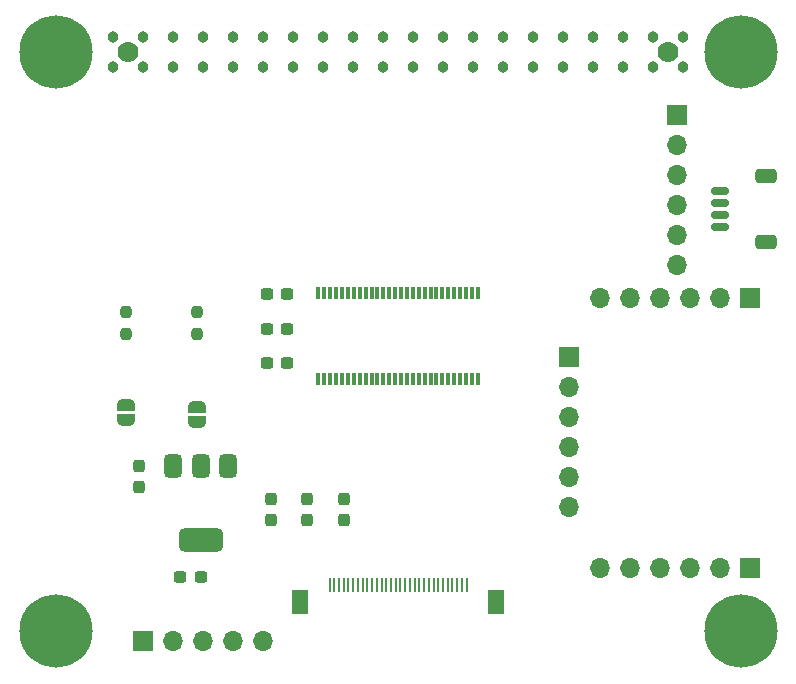
<source format=gts>
G04 #@! TF.GenerationSoftware,KiCad,Pcbnew,8.0.4*
G04 #@! TF.CreationDate,2024-07-21T23:04:51+02:00*
G04 #@! TF.ProjectId,koyomi-lvds-hat,6b6f796f-6d69-42d6-9c76-64732d686174,rev?*
G04 #@! TF.SameCoordinates,Original*
G04 #@! TF.FileFunction,Soldermask,Top*
G04 #@! TF.FilePolarity,Negative*
%FSLAX46Y46*%
G04 Gerber Fmt 4.6, Leading zero omitted, Abs format (unit mm)*
G04 Created by KiCad (PCBNEW 8.0.4) date 2024-07-21 23:04:51*
%MOMM*%
%LPD*%
G01*
G04 APERTURE LIST*
G04 Aperture macros list*
%AMRoundRect*
0 Rectangle with rounded corners*
0 $1 Rounding radius*
0 $2 $3 $4 $5 $6 $7 $8 $9 X,Y pos of 4 corners*
0 Add a 4 corners polygon primitive as box body*
4,1,4,$2,$3,$4,$5,$6,$7,$8,$9,$2,$3,0*
0 Add four circle primitives for the rounded corners*
1,1,$1+$1,$2,$3*
1,1,$1+$1,$4,$5*
1,1,$1+$1,$6,$7*
1,1,$1+$1,$8,$9*
0 Add four rect primitives between the rounded corners*
20,1,$1+$1,$2,$3,$4,$5,0*
20,1,$1+$1,$4,$5,$6,$7,0*
20,1,$1+$1,$6,$7,$8,$9,0*
20,1,$1+$1,$8,$9,$2,$3,0*%
%AMFreePoly0*
4,1,19,0.500000,-0.750000,0.000000,-0.750000,0.000000,-0.744911,-0.071157,-0.744911,-0.207708,-0.704816,-0.327430,-0.627875,-0.420627,-0.520320,-0.479746,-0.390866,-0.500000,-0.250000,-0.500000,0.250000,-0.479746,0.390866,-0.420627,0.520320,-0.327430,0.627875,-0.207708,0.704816,-0.071157,0.744911,0.000000,0.744911,0.000000,0.750000,0.500000,0.750000,0.500000,-0.750000,0.500000,-0.750000,
$1*%
%AMFreePoly1*
4,1,19,0.000000,0.744911,0.071157,0.744911,0.207708,0.704816,0.327430,0.627875,0.420627,0.520320,0.479746,0.390866,0.500000,0.250000,0.500000,-0.250000,0.479746,-0.390866,0.420627,-0.520320,0.327430,-0.627875,0.207708,-0.704816,0.071157,-0.744911,0.000000,-0.744911,0.000000,-0.750000,-0.500000,-0.750000,-0.500000,0.750000,0.000000,0.750000,0.000000,0.744911,0.000000,0.744911,
$1*%
G04 Aperture macros list end*
%ADD10RoundRect,0.237500X0.300000X0.237500X-0.300000X0.237500X-0.300000X-0.237500X0.300000X-0.237500X0*%
%ADD11RoundRect,0.237500X0.237500X-0.300000X0.237500X0.300000X-0.237500X0.300000X-0.237500X-0.300000X0*%
%ADD12C,6.200000*%
%ADD13FreePoly0,270.000000*%
%ADD14FreePoly1,270.000000*%
%ADD15R,0.200000X1.200000*%
%ADD16R,1.400000X2.000000*%
%ADD17R,1.700000X1.700000*%
%ADD18O,1.700000X1.700000*%
%ADD19RoundRect,0.237500X-0.237500X0.300000X-0.237500X-0.300000X0.237500X-0.300000X0.237500X0.300000X0*%
%ADD20RoundRect,0.375000X-0.375000X0.625000X-0.375000X-0.625000X0.375000X-0.625000X0.375000X0.625000X0*%
%ADD21RoundRect,0.500000X-1.400000X0.500000X-1.400000X-0.500000X1.400000X-0.500000X1.400000X0.500000X0*%
%ADD22C,0.965200*%
%ADD23C,1.778000*%
%ADD24RoundRect,0.009000X-0.141000X0.491000X-0.141000X-0.491000X0.141000X-0.491000X0.141000X0.491000X0*%
%ADD25RoundRect,0.237500X-0.237500X0.250000X-0.237500X-0.250000X0.237500X-0.250000X0.237500X0.250000X0*%
%ADD26RoundRect,0.150000X0.625000X-0.150000X0.625000X0.150000X-0.625000X0.150000X-0.625000X-0.150000X0*%
%ADD27RoundRect,0.250000X0.650000X-0.350000X0.650000X0.350000X-0.650000X0.350000X-0.650000X-0.350000X0*%
G04 APERTURE END LIST*
D10*
X114120000Y-49400000D03*
X112395000Y-49400000D03*
D11*
X112700000Y-65562500D03*
X112700000Y-63837500D03*
D12*
X152500000Y-26000000D03*
X152500000Y-75000000D03*
D13*
X100500000Y-55850000D03*
D14*
X100500000Y-57150000D03*
D15*
X117700000Y-71130000D03*
X118100000Y-71130000D03*
X118500000Y-71130000D03*
X118900000Y-71130000D03*
X119300000Y-71130000D03*
X119700000Y-71130000D03*
X120100000Y-71130000D03*
X120500000Y-71130000D03*
X120900000Y-71130000D03*
X121300000Y-71130000D03*
X121700000Y-71130000D03*
X122100000Y-71130000D03*
X122500000Y-71130000D03*
X122900000Y-71130000D03*
X123300000Y-71130000D03*
X123700000Y-71130000D03*
X124100000Y-71130000D03*
X124500000Y-71130000D03*
X124900000Y-71130000D03*
X125300000Y-71130000D03*
X125700000Y-71130000D03*
X126100000Y-71130000D03*
X126500000Y-71130000D03*
X126900000Y-71130000D03*
X127300000Y-71130000D03*
X127700000Y-71130000D03*
X128100000Y-71130000D03*
X128500000Y-71130000D03*
X128900000Y-71130000D03*
X129300000Y-71130000D03*
D16*
X115200000Y-72500000D03*
X131800000Y-72500000D03*
D17*
X101940000Y-75880000D03*
D18*
X104480000Y-75880000D03*
X107020000Y-75880000D03*
X109560000Y-75880000D03*
X112100000Y-75880000D03*
D17*
X137940000Y-51760000D03*
D18*
X137940000Y-54300000D03*
X137940000Y-56840000D03*
X137940000Y-59380000D03*
X137940000Y-61920000D03*
X137940000Y-64460000D03*
D11*
X115800000Y-65562500D03*
X115800000Y-63837500D03*
D10*
X114100000Y-52300000D03*
X112375000Y-52300000D03*
D19*
X101600000Y-61037500D03*
X101600000Y-62762500D03*
D20*
X109080000Y-61030000D03*
X106780000Y-61030000D03*
D21*
X106780000Y-67330000D03*
D20*
X104480000Y-61030000D03*
D17*
X153320000Y-69700000D03*
D18*
X150780000Y-69700000D03*
X148240000Y-69700000D03*
X145700000Y-69700000D03*
X143160000Y-69700000D03*
X140620000Y-69700000D03*
D22*
X99370000Y-27270000D03*
X101910000Y-27270000D03*
X104450000Y-27270000D03*
X106990000Y-27270000D03*
X109530000Y-27270000D03*
X112070000Y-27270000D03*
X114610000Y-27270000D03*
X117150000Y-27270000D03*
X119690000Y-27270000D03*
X122230000Y-27270000D03*
X124770000Y-27270000D03*
X127310000Y-27270000D03*
X129850000Y-27270000D03*
X132390000Y-27270000D03*
X134930000Y-27270000D03*
X137470000Y-27270000D03*
X140010000Y-27270000D03*
X142550000Y-27270000D03*
X145090000Y-27270000D03*
X147630000Y-27270000D03*
D23*
X100640000Y-26000000D03*
X146360000Y-26000000D03*
D22*
X99370000Y-24730000D03*
X101910000Y-24730000D03*
X104450000Y-24730000D03*
X106990000Y-24730000D03*
X109530000Y-24730000D03*
X112070000Y-24730000D03*
X114610000Y-24730000D03*
X117150000Y-24730000D03*
X119690000Y-24730000D03*
X122230000Y-24730000D03*
X124770000Y-24730000D03*
X127310000Y-24730000D03*
X129850000Y-24730000D03*
X132390000Y-24730000D03*
X134930000Y-24730000D03*
X137470000Y-24730000D03*
X140010000Y-24730000D03*
X142550000Y-24730000D03*
X145090000Y-24730000D03*
X147630000Y-24730000D03*
D17*
X147125000Y-31285000D03*
D18*
X147125000Y-33825000D03*
X147125000Y-36365000D03*
X147125000Y-38905000D03*
X147125000Y-41445000D03*
X147125000Y-43985000D03*
D24*
X130250000Y-46400000D03*
X129750000Y-46400000D03*
X129250000Y-46400000D03*
X128750000Y-46400000D03*
X128250000Y-46400000D03*
X127750000Y-46400000D03*
X127250000Y-46400000D03*
X126750000Y-46400000D03*
X126250000Y-46400000D03*
X125750000Y-46400000D03*
X125250000Y-46400000D03*
X124750000Y-46400000D03*
X124250000Y-46400000D03*
X123750000Y-46400000D03*
X123250000Y-46400000D03*
X122750000Y-46400000D03*
X122250000Y-46400000D03*
X121750000Y-46400000D03*
X121250000Y-46400000D03*
X120750000Y-46400000D03*
X120250000Y-46400000D03*
X119750000Y-46400000D03*
X119250000Y-46400000D03*
X118750000Y-46400000D03*
X118250000Y-46400000D03*
X117750000Y-46400000D03*
X117250000Y-46400000D03*
X116750000Y-46400000D03*
X116750000Y-53660000D03*
X117250000Y-53660000D03*
X117750000Y-53660000D03*
X118250000Y-53660000D03*
X118750000Y-53660000D03*
X119250000Y-53660000D03*
X119750000Y-53660000D03*
X120250000Y-53660000D03*
X120750000Y-53660000D03*
X121250000Y-53660000D03*
X121750000Y-53660000D03*
X122250000Y-53660000D03*
X122750000Y-53660000D03*
X123250000Y-53660000D03*
X123750000Y-53660000D03*
X124250000Y-53660000D03*
X124750000Y-53660000D03*
X125250000Y-53660000D03*
X125750000Y-53660000D03*
X126250000Y-53660000D03*
X126750000Y-53660000D03*
X127250000Y-53660000D03*
X127750000Y-53660000D03*
X128250000Y-53660000D03*
X128750000Y-53660000D03*
X129250000Y-53660000D03*
X129750000Y-53660000D03*
X130250000Y-53660000D03*
D17*
X153320000Y-46800000D03*
D18*
X150780000Y-46800000D03*
X148240000Y-46800000D03*
X145700000Y-46800000D03*
X143160000Y-46800000D03*
X140620000Y-46800000D03*
D10*
X106800000Y-70400000D03*
X105075000Y-70400000D03*
D13*
X106500000Y-56000000D03*
D14*
X106500000Y-57300000D03*
D10*
X114120000Y-46470000D03*
X112395000Y-46470000D03*
D25*
X100500000Y-47987500D03*
X100500000Y-49812500D03*
D12*
X94500000Y-26000000D03*
X94500000Y-75000000D03*
D26*
X150795000Y-40760000D03*
X150795000Y-39760000D03*
X150795000Y-38760000D03*
X150795000Y-37760000D03*
D27*
X154670000Y-42060000D03*
X154670000Y-36460000D03*
D11*
X118900000Y-65562500D03*
X118900000Y-63837500D03*
D25*
X106500000Y-47987500D03*
X106500000Y-49812500D03*
M02*

</source>
